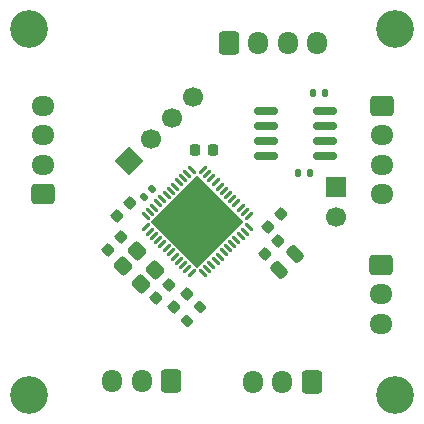
<source format=gts>
%TF.GenerationSoftware,KiCad,Pcbnew,9.0.2-9.0.2-0~ubuntu22.04.1*%
%TF.CreationDate,2025-05-12T22:54:36+03:00*%
%TF.ProjectId,endpoint-driver,656e6470-6f69-46e7-942d-647269766572,rev?*%
%TF.SameCoordinates,Original*%
%TF.FileFunction,Soldermask,Top*%
%TF.FilePolarity,Negative*%
%FSLAX46Y46*%
G04 Gerber Fmt 4.6, Leading zero omitted, Abs format (unit mm)*
G04 Created by KiCad (PCBNEW 9.0.2-9.0.2-0~ubuntu22.04.1) date 2025-05-12 22:54:36*
%MOMM*%
%LPD*%
G01*
G04 APERTURE LIST*
G04 Aperture macros list*
%AMRoundRect*
0 Rectangle with rounded corners*
0 $1 Rounding radius*
0 $2 $3 $4 $5 $6 $7 $8 $9 X,Y pos of 4 corners*
0 Add a 4 corners polygon primitive as box body*
4,1,4,$2,$3,$4,$5,$6,$7,$8,$9,$2,$3,0*
0 Add four circle primitives for the rounded corners*
1,1,$1+$1,$2,$3*
1,1,$1+$1,$4,$5*
1,1,$1+$1,$6,$7*
1,1,$1+$1,$8,$9*
0 Add four rect primitives between the rounded corners*
20,1,$1+$1,$2,$3,$4,$5,0*
20,1,$1+$1,$4,$5,$6,$7,0*
20,1,$1+$1,$6,$7,$8,$9,0*
20,1,$1+$1,$8,$9,$2,$3,0*%
%AMRotRect*
0 Rectangle, with rotation*
0 The origin of the aperture is its center*
0 $1 length*
0 $2 width*
0 $3 Rotation angle, in degrees counterclockwise*
0 Add horizontal line*
21,1,$1,$2,0,0,$3*%
G04 Aperture macros list end*
%ADD10RoundRect,0.250000X-0.600000X-0.725000X0.600000X-0.725000X0.600000X0.725000X-0.600000X0.725000X0*%
%ADD11O,1.700000X1.950000*%
%ADD12RoundRect,0.250000X0.600000X0.725000X-0.600000X0.725000X-0.600000X-0.725000X0.600000X-0.725000X0*%
%ADD13O,1.950000X1.700000*%
%ADD14RoundRect,0.250000X-0.725000X0.600000X-0.725000X-0.600000X0.725000X-0.600000X0.725000X0.600000X0*%
%ADD15RoundRect,0.250000X0.725000X-0.600000X0.725000X0.600000X-0.725000X0.600000X-0.725000X-0.600000X0*%
%ADD16RoundRect,0.225000X0.017678X-0.335876X0.335876X-0.017678X-0.017678X0.335876X-0.335876X0.017678X0*%
%ADD17RoundRect,0.250000X0.159099X-0.512652X0.512652X-0.159099X-0.159099X0.512652X-0.512652X0.159099X0*%
%ADD18C,3.200000*%
%ADD19RoundRect,0.225000X-0.017678X0.335876X-0.335876X0.017678X0.017678X-0.335876X0.335876X-0.017678X0*%
%ADD20RoundRect,0.135000X0.035355X-0.226274X0.226274X-0.035355X-0.035355X0.226274X-0.226274X0.035355X0*%
%ADD21R,1.700000X1.700000*%
%ADD22C,1.700000*%
%ADD23RoundRect,0.250000X-0.565685X0.070711X0.070711X-0.565685X0.565685X-0.070711X-0.070711X0.565685X0*%
%ADD24RoundRect,0.135000X0.135000X0.185000X-0.135000X0.185000X-0.135000X-0.185000X0.135000X-0.185000X0*%
%ADD25RoundRect,0.225000X0.225000X0.250000X-0.225000X0.250000X-0.225000X-0.250000X0.225000X-0.250000X0*%
%ADD26RoundRect,0.062500X-0.220971X-0.309359X0.309359X0.220971X0.220971X0.309359X-0.309359X-0.220971X0*%
%ADD27RoundRect,0.062500X0.220971X-0.309359X0.309359X-0.220971X-0.220971X0.309359X-0.309359X0.220971X0*%
%ADD28RotRect,5.600000X5.600000X45.000000*%
%ADD29RoundRect,0.200000X0.053033X-0.335876X0.335876X-0.053033X-0.053033X0.335876X-0.335876X0.053033X0*%
%ADD30RotRect,1.700000X1.700000X135.000000*%
%ADD31RoundRect,0.150000X-0.825000X-0.150000X0.825000X-0.150000X0.825000X0.150000X-0.825000X0.150000X0*%
G04 APERTURE END LIST*
D10*
%TO.C,J8*%
X21410000Y34287500D03*
D11*
X23910000Y34287500D03*
X26410000Y34287500D03*
X28910000Y34287500D03*
%TD*%
%TO.C,J5*%
X11550000Y5670000D03*
X14050000Y5670000D03*
D12*
X16550000Y5670000D03*
%TD*%
D13*
%TO.C,J7*%
X34320000Y10510000D03*
X34320000Y13010000D03*
D14*
X34320000Y15510000D03*
%TD*%
D15*
%TO.C,J2*%
X5720000Y21500000D03*
D13*
X5720000Y24000000D03*
X5720000Y26500000D03*
X5720000Y29000000D03*
%TD*%
D16*
%TO.C,C11*%
X16374144Y13783180D03*
X15278128Y12687164D03*
%TD*%
D17*
%TO.C,C8*%
X25648148Y15088249D03*
X26991650Y16431751D03*
%TD*%
D16*
%TO.C,C5*%
X24711891Y18711992D03*
X25807907Y19808008D03*
%TD*%
%TO.C,C4*%
X24511891Y16421992D03*
X25607907Y17518008D03*
%TD*%
D18*
%TO.C,H1*%
X4500000Y4500000D03*
%TD*%
D19*
%TO.C,C9*%
X17887907Y13018008D03*
X16791891Y11921992D03*
%TD*%
D20*
%TO.C,R11*%
X14219325Y21259426D03*
X14940573Y21980674D03*
%TD*%
D14*
%TO.C,J3*%
X34357500Y28980000D03*
D13*
X34357500Y26480000D03*
X34357500Y23980000D03*
X34357500Y21480000D03*
%TD*%
D21*
%TO.C,J4*%
X30520000Y22085000D03*
D22*
X30520000Y19545000D03*
%TD*%
D23*
%TO.C,X1*%
X12427278Y15461949D03*
X13982913Y13906314D03*
X15184994Y15108395D03*
X13629359Y16664030D03*
%TD*%
D18*
%TO.C,H2*%
X35500000Y4500000D03*
%TD*%
%TO.C,H3*%
X4500000Y35500000D03*
%TD*%
D24*
%TO.C,R5*%
X28510000Y30040000D03*
X29530000Y30040000D03*
%TD*%
D16*
%TO.C,C10*%
X11168128Y16777164D03*
X12264144Y17873180D03*
%TD*%
D25*
%TO.C,C6*%
X20085000Y25270000D03*
X18535000Y25270000D03*
%TD*%
D26*
%TO.C,U2*%
X14374777Y18693813D03*
X14728330Y18340260D03*
X15081884Y17986706D03*
X15435437Y17633153D03*
X15788990Y17279600D03*
X16142544Y16926046D03*
X16496097Y16572493D03*
X16849651Y16218939D03*
X17203204Y15865386D03*
X17556757Y15511833D03*
X17910311Y15158279D03*
X18263864Y14804726D03*
D27*
X19236136Y14804726D03*
X19589689Y15158279D03*
X19943243Y15511833D03*
X20296796Y15865386D03*
X20650349Y16218939D03*
X21003903Y16572493D03*
X21357456Y16926046D03*
X21711010Y17279600D03*
X22064563Y17633153D03*
X22418116Y17986706D03*
X22771670Y18340260D03*
X23125223Y18693813D03*
D26*
X23125223Y19666085D03*
X22771670Y20019638D03*
X22418116Y20373192D03*
X22064563Y20726745D03*
X21711010Y21080298D03*
X21357456Y21433852D03*
X21003903Y21787405D03*
X20650349Y22140959D03*
X20296796Y22494512D03*
X19943243Y22848065D03*
X19589689Y23201619D03*
X19236136Y23555172D03*
D27*
X18263864Y23555172D03*
X17910311Y23201619D03*
X17556757Y22848065D03*
X17203204Y22494512D03*
X16849651Y22140959D03*
X16496097Y21787405D03*
X16142544Y21433852D03*
X15788990Y21080298D03*
X15435437Y20726745D03*
X15081884Y20373192D03*
X14728330Y20019638D03*
X14374777Y19666085D03*
D28*
X18750000Y19179949D03*
%TD*%
D19*
%TO.C,C7*%
X13047957Y20788058D03*
X11951941Y19692042D03*
%TD*%
D29*
%TO.C,R4*%
X17846536Y10806637D03*
X19013262Y11973363D03*
%TD*%
D30*
%TO.C,J1*%
X13000000Y24340000D03*
D22*
X14796051Y26136051D03*
X16592102Y27932102D03*
X18388154Y29728154D03*
%TD*%
D24*
%TO.C,R6*%
X27250000Y23315000D03*
X28270000Y23315000D03*
%TD*%
D18*
%TO.C,H4*%
X35500000Y35500000D03*
%TD*%
D31*
%TO.C,U3*%
X29545000Y28580000D03*
X29545000Y27310000D03*
X29545000Y26040000D03*
X29545000Y24770000D03*
X24595000Y24770000D03*
X24595000Y26040000D03*
X24595000Y27310000D03*
X24595000Y28580000D03*
%TD*%
D12*
%TO.C,J6*%
X28450000Y5642500D03*
D11*
X25950000Y5642500D03*
X23450000Y5642500D03*
%TD*%
M02*

</source>
